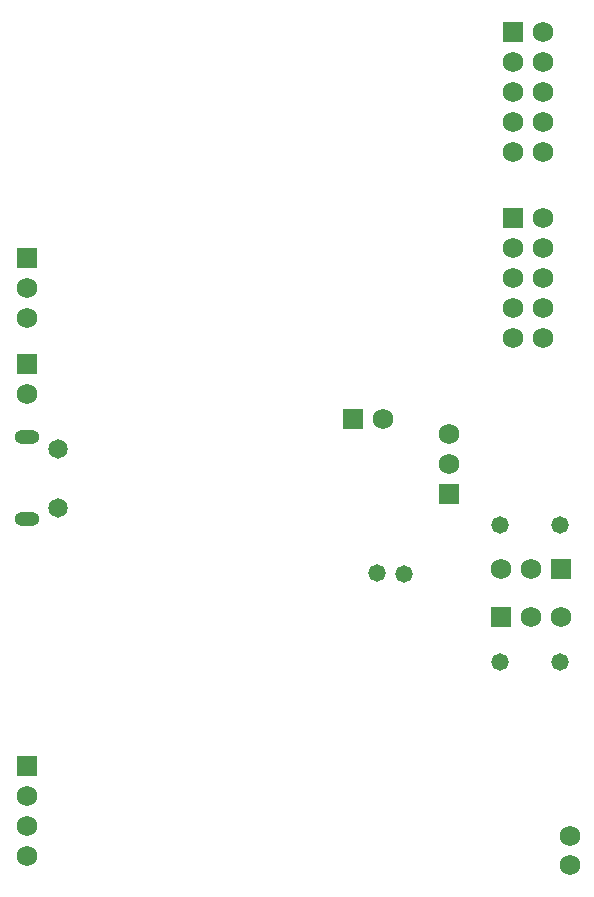
<source format=gbs>
G04*
G04 #@! TF.GenerationSoftware,Altium Limited,Altium Designer,20.1.14 (287)*
G04*
G04 Layer_Color=16711935*
%FSLAX44Y44*%
%MOMM*%
G71*
G04*
G04 #@! TF.SameCoordinates,978DA6D5-38BD-4FD5-9912-D6258095FBE2*
G04*
G04*
G04 #@! TF.FilePolarity,Negative*
G04*
G01*
G75*
%ADD90C,1.4732*%
%ADD99C,1.6532*%
%ADD100O,2.1082X1.1942*%
%ADD101R,1.7272X1.7272*%
%ADD102C,1.7272*%
%ADD103R,1.7272X1.7272*%
G36*
X54587Y347985D02*
X54338Y349875D01*
X53608Y351636D01*
X52448Y353148D01*
X50936Y354308D01*
X49175Y355038D01*
X47285Y355286D01*
X45395Y355038D01*
X43634Y354308D01*
X42122Y353148D01*
X40962Y351636D01*
X40232Y349875D01*
X39983Y347985D01*
D01*
X40232Y346095D01*
X40962Y344334D01*
X42122Y342822D01*
X43634Y341662D01*
X45395Y340932D01*
X47285Y340684D01*
X49175Y340932D01*
X50936Y341662D01*
X52448Y342822D01*
X53608Y344334D01*
X54338Y346095D01*
X54587Y347985D01*
D01*
D02*
G37*
G36*
Y397985D02*
X54338Y399875D01*
X53608Y401636D01*
X52448Y403148D01*
X50936Y404308D01*
X49175Y405038D01*
X47285Y405286D01*
X45395Y405038D01*
X43634Y404308D01*
X42122Y403148D01*
X40962Y401636D01*
X40232Y399875D01*
X39983Y397985D01*
D01*
X40232Y396095D01*
X40962Y394334D01*
X42122Y392822D01*
X43634Y391662D01*
X45395Y390932D01*
X47285Y390684D01*
X49175Y390932D01*
X50936Y391662D01*
X52448Y392822D01*
X53608Y394334D01*
X54338Y396095D01*
X54587Y397985D01*
D01*
D02*
G37*
D90*
X317000Y293000D02*
D03*
X472240Y332831D02*
D03*
X420925D02*
D03*
X340000Y292000D02*
D03*
X420950Y216960D02*
D03*
X472258D02*
D03*
D99*
X47285Y397985D02*
D03*
Y347985D02*
D03*
D100*
X20285Y337985D02*
D03*
Y407985D02*
D03*
D101*
X378000Y359600D02*
D03*
X432173Y592792D02*
D03*
Y750292D02*
D03*
X20254Y129492D02*
D03*
Y469492D02*
D03*
Y559402D02*
D03*
D102*
X378000Y385000D02*
D03*
Y410400D02*
D03*
X432427Y517100D02*
D03*
Y491700D02*
D03*
X457827D02*
D03*
Y517100D02*
D03*
Y542500D02*
D03*
X432427D02*
D03*
X457827Y567900D02*
D03*
X432427D02*
D03*
X457827Y593300D02*
D03*
Y750800D02*
D03*
X432427Y725400D02*
D03*
X457827D02*
D03*
X432427Y700000D02*
D03*
X457827D02*
D03*
Y674600D02*
D03*
Y649200D02*
D03*
X432427D02*
D03*
Y674600D02*
D03*
X20254Y53292D02*
D03*
Y78692D02*
D03*
Y104092D02*
D03*
Y444092D02*
D03*
X421699Y295795D02*
D03*
X447099D02*
D03*
X322400Y423000D02*
D03*
X20254Y508602D02*
D03*
Y534002D02*
D03*
X447099Y255155D02*
D03*
X472499D02*
D03*
X480000Y45000D02*
D03*
Y70000D02*
D03*
D103*
X472499Y295795D02*
D03*
X297000Y423000D02*
D03*
X421699Y255155D02*
D03*
M02*

</source>
